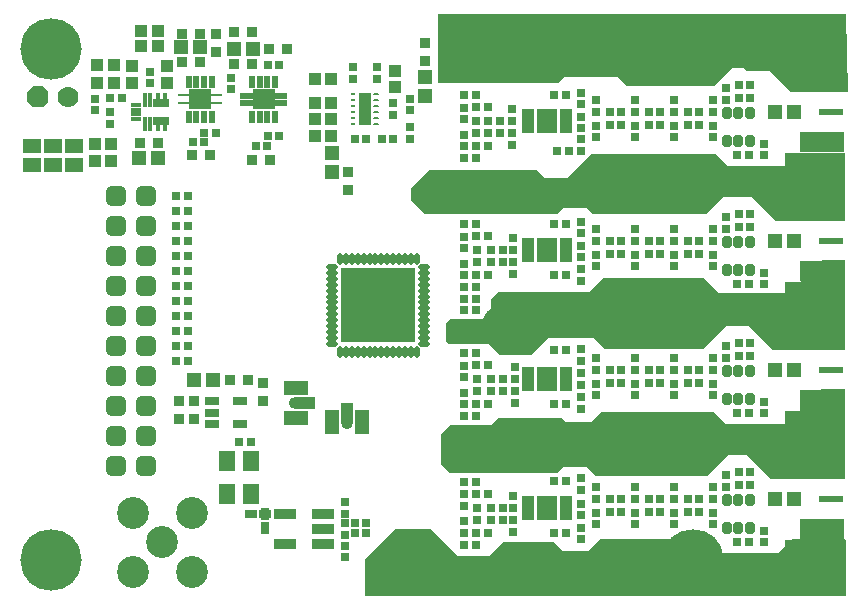
<source format=gts>
G04*
G04 #@! TF.GenerationSoftware,Altium Limited,Altium Designer,24.3.1 (35)*
G04*
G04 Layer_Color=8388736*
%FSLAX44Y44*%
%MOMM*%
G71*
G04*
G04 #@! TF.SameCoordinates,E54A5323-C3A8-4295-A2F1-912E9A9C0EE7*
G04*
G04*
G04 #@! TF.FilePolarity,Negative*
G04*
G01*
G75*
%ADD21R,1.0250X0.2800*%
%ADD39R,2.0574X0.5080*%
G04:AMPARAMS|DCode=53|XSize=0.5021mm|YSize=0.2425mm|CornerRadius=0.1212mm|HoleSize=0mm|Usage=FLASHONLY|Rotation=0.000|XOffset=0mm|YOffset=0mm|HoleType=Round|Shape=RoundedRectangle|*
%AMROUNDEDRECTD53*
21,1,0.5021,0.0000,0,0,0.0*
21,1,0.2596,0.2425,0,0,0.0*
1,1,0.2425,0.1298,0.0000*
1,1,0.2425,-0.1298,0.0000*
1,1,0.2425,-0.1298,0.0000*
1,1,0.2425,0.1298,0.0000*
%
%ADD53ROUNDEDRECTD53*%
%ADD54O,0.5021X0.2425*%
%ADD58R,3.8100X1.7780*%
%ADD59R,1.9532X1.7032*%
%ADD60R,0.5532X1.0532*%
%ADD61R,0.9652X0.9652*%
%ADD62R,0.8032X0.7032*%
%ADD63R,0.7032X0.8032*%
%ADD64R,1.0032X1.1032*%
%ADD65R,1.1032X1.0032*%
%ADD66R,1.1532X1.2032*%
%ADD67R,1.2032X1.1532*%
%ADD68R,1.5032X1.2032*%
G04:AMPARAMS|DCode=69|XSize=1.0032mm|YSize=0.7832mm|CornerRadius=0.1741mm|HoleSize=0mm|Usage=FLASHONLY|Rotation=270.000|XOffset=0mm|YOffset=0mm|HoleType=Round|Shape=RoundedRectangle|*
%AMROUNDEDRECTD69*
21,1,1.0032,0.4350,0,0,270.0*
21,1,0.6550,0.7832,0,0,270.0*
1,1,0.3482,-0.2175,-0.3275*
1,1,0.3482,-0.2175,0.3275*
1,1,0.3482,0.2175,0.3275*
1,1,0.3482,0.2175,-0.3275*
%
%ADD69ROUNDEDRECTD69*%
%ADD70R,0.8032X1.0032*%
%ADD71R,1.8532X0.9632*%
%ADD72R,1.4032X1.7032*%
%ADD73R,0.9652X0.9652*%
%ADD74R,1.0032X0.8032*%
%ADD75R,5.1054X1.8034*%
%ADD76R,1.3032X0.8032*%
%ADD77O,1.2032X1.0032*%
%ADD78R,2.1032X1.2032*%
%ADD79R,1.7032X1.0032*%
%ADD80O,1.0032X1.2032*%
%ADD81R,1.2032X2.1032*%
%ADD82R,1.0032X1.7032*%
%ADD83R,1.2282X0.4832*%
%ADD84R,1.0532X0.5032*%
%ADD85R,1.7532X2.0432*%
%ADD86R,1.4032X0.7532*%
%ADD87R,0.9032X0.4032*%
%ADD88R,0.4032X1.2532*%
%ADD89R,0.4532X0.7032*%
%ADD90R,1.1000X2.7500*%
%ADD91R,6.3032X6.3032*%
G04:AMPARAMS|DCode=92|XSize=0.4532mm|YSize=1.0032mm|CornerRadius=0.1641mm|HoleSize=0mm|Usage=FLASHONLY|Rotation=90.000|XOffset=0mm|YOffset=0mm|HoleType=Round|Shape=RoundedRectangle|*
%AMROUNDEDRECTD92*
21,1,0.4532,0.6750,0,0,90.0*
21,1,0.1250,1.0032,0,0,90.0*
1,1,0.3282,0.3375,0.0625*
1,1,0.3282,0.3375,-0.0625*
1,1,0.3282,-0.3375,-0.0625*
1,1,0.3282,-0.3375,0.0625*
%
%ADD92ROUNDEDRECTD92*%
G04:AMPARAMS|DCode=93|XSize=0.4532mm|YSize=1.0032mm|CornerRadius=0.1641mm|HoleSize=0mm|Usage=FLASHONLY|Rotation=180.000|XOffset=0mm|YOffset=0mm|HoleType=Round|Shape=RoundedRectangle|*
%AMROUNDEDRECTD93*
21,1,0.4532,0.6750,0,0,180.0*
21,1,0.1250,1.0032,0,0,180.0*
1,1,0.3282,-0.0625,0.3375*
1,1,0.3282,0.0625,0.3375*
1,1,0.3282,0.0625,-0.3375*
1,1,0.3282,-0.0625,-0.3375*
%
%ADD93ROUNDEDRECTD93*%
G04:AMPARAMS|DCode=94|XSize=1.7032mm|YSize=1.7032mm|CornerRadius=0.4766mm|HoleSize=0mm|Usage=FLASHONLY|Rotation=270.000|XOffset=0mm|YOffset=0mm|HoleType=Round|Shape=RoundedRectangle|*
%AMROUNDEDRECTD94*
21,1,1.7032,0.7500,0,0,270.0*
21,1,0.7500,1.7032,0,0,270.0*
1,1,0.9532,-0.3750,-0.3750*
1,1,0.9532,-0.3750,0.3750*
1,1,0.9532,0.3750,0.3750*
1,1,0.9532,0.3750,-0.3750*
%
%ADD94ROUNDEDRECTD94*%
G04:AMPARAMS|DCode=95|XSize=1.778mm|YSize=1.778mm|CornerRadius=0mm|HoleSize=0mm|Usage=FLASHONLY|Rotation=0.000|XOffset=0mm|YOffset=0mm|HoleType=Round|Shape=Octagon|*
%AMOCTAGOND95*
4,1,8,0.8890,-0.4445,0.8890,0.4445,0.4445,0.8890,-0.4445,0.8890,-0.8890,0.4445,-0.8890,-0.4445,-0.4445,-0.8890,0.4445,-0.8890,0.8890,-0.4445,0.0*
%
%ADD95OCTAGOND95*%

%ADD96C,1.7780*%
%ADD97C,3.2032*%
%ADD98C,2.7032*%
%ADD99C,5.2032*%
G36*
X701040Y19050D02*
X656590D01*
X645160Y7620D01*
X566420D01*
X554990Y19050D01*
X494030D01*
X483870Y8890D01*
X462280D01*
X454660Y16510D01*
X411480D01*
X400050Y5080D01*
X373380D01*
X350520Y27940D01*
X320040D01*
X294640Y2540D01*
Y-27940D01*
X295910Y-29210D01*
X702310D01*
Y17780D01*
X701040Y19050D01*
D02*
G37*
G36*
X367030Y115570D02*
X359410Y107950D01*
Y82550D01*
X367030Y74930D01*
X457200D01*
X462280Y80010D01*
X482600D01*
X490220Y72390D01*
X584200D01*
X601980Y90170D01*
X618490D01*
X638810Y69850D01*
X701040D01*
Y146050D01*
X680720Y146050D01*
X651510Y116840D01*
X600710D01*
X590550Y127000D01*
X495300D01*
X486410Y118110D01*
X464820D01*
X461010Y121920D01*
X407670D01*
X401320Y115570D01*
X367030D01*
D02*
G37*
G36*
X407670Y228600D02*
X401320Y222250D01*
Y209550D01*
X397510Y205740D01*
X367030D01*
X363220Y201930D01*
Y186690D01*
X365760Y184150D01*
X400050D01*
X408940Y175260D01*
X435610D01*
X449580Y189230D01*
X488950D01*
X497840Y180340D01*
X581660D01*
X600710Y199390D01*
X619760D01*
X640080Y179070D01*
X701040D01*
Y255270D01*
X681990Y255270D01*
X654050Y227330D01*
X594360D01*
X581660Y240030D01*
X496570D01*
X485140Y228600D01*
X474980D01*
X407670D01*
D02*
G37*
G36*
X703580Y397510D02*
X655320D01*
X637540Y415290D01*
X618490D01*
X615950Y417830D01*
X605790D01*
X603250Y415290D01*
X590550Y402590D01*
X516890D01*
X509270Y410210D01*
X463550Y410210D01*
X461010Y407670D01*
X458470Y405130D01*
X356870D01*
Y415290D01*
Y463550D01*
X702310D01*
X703580Y397510D01*
D02*
G37*
G36*
X601980Y335280D02*
X701040D01*
Y288290D01*
X642620D01*
X622300Y308610D01*
X598170D01*
X584200Y294640D01*
X487680D01*
X482600Y299720D01*
X462280D01*
X457200Y294640D01*
X345440D01*
X334010Y306070D01*
Y316230D01*
X349250Y331470D01*
X440690D01*
X447040Y325120D01*
X466090D01*
X474980Y334010D01*
X486410Y345440D01*
X591820D01*
X601980Y335280D01*
D02*
G37*
D21*
X168910Y394970D02*
D03*
Y388470D02*
D03*
X141170D02*
D03*
Y394970D02*
D03*
D39*
X689610Y271780D02*
D03*
Y162560D02*
D03*
Y53340D02*
D03*
Y381000D02*
D03*
D53*
X304404Y396040D02*
D03*
Y391040D02*
D03*
Y386040D02*
D03*
Y381040D02*
D03*
Y376040D02*
D03*
Y371040D02*
D03*
D54*
X284876D02*
D03*
Y376040D02*
D03*
Y381040D02*
D03*
Y386040D02*
D03*
Y391040D02*
D03*
Y396040D02*
D03*
D58*
X681990Y78740D02*
D03*
Y27940D02*
D03*
Y187960D02*
D03*
Y137160D02*
D03*
Y297180D02*
D03*
Y246380D02*
D03*
Y355600D02*
D03*
Y406400D02*
D03*
D59*
X155040Y391720D02*
D03*
X208840Y391650D02*
D03*
D60*
X145290Y406470D02*
D03*
X151790D02*
D03*
X158290D02*
D03*
X164790D02*
D03*
Y376970D02*
D03*
X158290D02*
D03*
X151790D02*
D03*
X145290D02*
D03*
X199090Y376900D02*
D03*
X205590D02*
D03*
X212090D02*
D03*
X218590D02*
D03*
Y406400D02*
D03*
X212090D02*
D03*
X205590D02*
D03*
X199090D02*
D03*
D61*
X119380Y354330D02*
D03*
X104140D02*
D03*
X148590Y344170D02*
D03*
X163830D02*
D03*
X199390Y421640D02*
D03*
X184150D02*
D03*
Y448310D02*
D03*
X199390D02*
D03*
X154940Y422910D02*
D03*
X139700D02*
D03*
X154940Y447040D02*
D03*
X139700D02*
D03*
X213360Y434340D02*
D03*
X228600D02*
D03*
X195580Y153670D02*
D03*
X180340D02*
D03*
X214630Y340360D02*
D03*
X199390D02*
D03*
D62*
X464820Y179070D02*
D03*
X454820D02*
D03*
X619680Y125730D02*
D03*
X609680D02*
D03*
X619680Y234950D02*
D03*
X609680D02*
D03*
X464820Y285750D02*
D03*
X454820D02*
D03*
X619680Y344170D02*
D03*
X609680D02*
D03*
X464820Y394970D02*
D03*
X454820D02*
D03*
X198120Y101600D02*
D03*
X188120Y101600D02*
D03*
X222170Y420370D02*
D03*
X212170D02*
D03*
X378540Y222250D02*
D03*
X388540D02*
D03*
X401320Y35560D02*
D03*
X411320D02*
D03*
X464820Y133350D02*
D03*
X454820D02*
D03*
X464820Y24130D02*
D03*
X454820D02*
D03*
X467360Y347980D02*
D03*
X457360D02*
D03*
X378540Y394970D02*
D03*
X388540D02*
D03*
X378540Y341630D02*
D03*
X388540D02*
D03*
X378540Y285750D02*
D03*
X388540D02*
D03*
X378540Y232410D02*
D03*
X388540D02*
D03*
X378540Y176530D02*
D03*
X388540D02*
D03*
X378540Y123190D02*
D03*
X388540D02*
D03*
X378540Y67310D02*
D03*
X388540D02*
D03*
X378540Y13970D02*
D03*
X388540D02*
D03*
X144700Y182880D02*
D03*
X134700D02*
D03*
X144700Y208280D02*
D03*
X134700D02*
D03*
X144700Y233680D02*
D03*
X134700D02*
D03*
X144700Y259080D02*
D03*
X134700D02*
D03*
X144700Y284480D02*
D03*
X134700D02*
D03*
X144700Y309880D02*
D03*
X134700D02*
D03*
X295830Y358140D02*
D03*
X285830D02*
D03*
X318690D02*
D03*
X308690D02*
D03*
X88820Y392430D02*
D03*
X78820D02*
D03*
X398780Y373380D02*
D03*
X408780D02*
D03*
X398780Y363220D02*
D03*
X408780D02*
D03*
X577770Y151130D02*
D03*
X567770D02*
D03*
X544750D02*
D03*
X534750D02*
D03*
X511730D02*
D03*
X501730D02*
D03*
X577770Y41910D02*
D03*
X567770D02*
D03*
X544750D02*
D03*
X534750D02*
D03*
X511730D02*
D03*
X501730D02*
D03*
X577770Y369570D02*
D03*
X567770D02*
D03*
X544750D02*
D03*
X534750D02*
D03*
X511730D02*
D03*
X501730D02*
D03*
X577770Y260350D02*
D03*
X567770D02*
D03*
X544750D02*
D03*
X534750D02*
D03*
X511730D02*
D03*
X501730D02*
D03*
X464820Y242570D02*
D03*
X454820D02*
D03*
X610950Y392430D02*
D03*
X620950D02*
D03*
X619680Y16510D02*
D03*
X609680D02*
D03*
X464820Y68580D02*
D03*
X454820D02*
D03*
X295830Y24130D02*
D03*
X285830D02*
D03*
X295830Y33020D02*
D03*
X285830D02*
D03*
X202010Y351790D02*
D03*
X212010D02*
D03*
X148670Y355600D02*
D03*
X158670D02*
D03*
X388540Y213360D02*
D03*
X378540D02*
D03*
X222170Y360680D02*
D03*
X212170D02*
D03*
X168750Y363220D02*
D03*
X158750D02*
D03*
X620950Y76200D02*
D03*
X610950D02*
D03*
X620950Y185420D02*
D03*
X610950D02*
D03*
X620950Y403860D02*
D03*
X610950D02*
D03*
X620950Y294640D02*
D03*
X610950D02*
D03*
X398700Y166370D02*
D03*
X388700D02*
D03*
X398700Y133350D02*
D03*
X388700D02*
D03*
X398700Y24130D02*
D03*
X388700D02*
D03*
X398700Y57150D02*
D03*
X388700D02*
D03*
X398700Y242570D02*
D03*
X388700D02*
D03*
X398700Y275590D02*
D03*
X388700D02*
D03*
X398700Y351790D02*
D03*
X388700D02*
D03*
X398700Y384810D02*
D03*
X388700D02*
D03*
X411400Y254000D02*
D03*
X401400D02*
D03*
X577770Y53340D02*
D03*
X567770D02*
D03*
X544750D02*
D03*
X534750D02*
D03*
X511730D02*
D03*
X501730D02*
D03*
X577770Y271780D02*
D03*
X567770D02*
D03*
X544750D02*
D03*
X534750D02*
D03*
X511730D02*
D03*
X501730D02*
D03*
X411400Y45720D02*
D03*
X401400D02*
D03*
X411400Y264160D02*
D03*
X401400D02*
D03*
X411400Y144780D02*
D03*
X401400D02*
D03*
X577770Y381000D02*
D03*
X567770D02*
D03*
X577770Y162560D02*
D03*
X567770D02*
D03*
X544750D02*
D03*
X534750D02*
D03*
X511730D02*
D03*
X501730D02*
D03*
X544750Y381000D02*
D03*
X534750D02*
D03*
X511730D02*
D03*
X501730D02*
D03*
X411400Y154940D02*
D03*
X401400D02*
D03*
X620950Y64770D02*
D03*
X610950D02*
D03*
X620950Y173990D02*
D03*
X610950D02*
D03*
X620950Y283210D02*
D03*
X610950D02*
D03*
X144700Y297180D02*
D03*
X134700D02*
D03*
X144700Y271780D02*
D03*
X134700D02*
D03*
X144700Y246380D02*
D03*
X134700D02*
D03*
X144700Y220980D02*
D03*
X134700D02*
D03*
X144700Y195580D02*
D03*
X134700D02*
D03*
X144700Y170180D02*
D03*
X134700D02*
D03*
D63*
X389890Y154860D02*
D03*
Y144860D02*
D03*
X589280Y141050D02*
D03*
Y151050D02*
D03*
X556260Y162640D02*
D03*
Y172640D02*
D03*
X523240Y151050D02*
D03*
Y141050D02*
D03*
X490220Y151050D02*
D03*
Y141050D02*
D03*
X589280Y162640D02*
D03*
Y172640D02*
D03*
X556260Y141050D02*
D03*
Y151050D02*
D03*
X523240Y172640D02*
D03*
Y162640D02*
D03*
X490220Y172640D02*
D03*
Y162640D02*
D03*
X389890Y45640D02*
D03*
Y35640D02*
D03*
X589280Y31830D02*
D03*
Y41830D02*
D03*
X556260Y41830D02*
D03*
Y31830D02*
D03*
X523240Y41830D02*
D03*
Y31830D02*
D03*
X490220Y41830D02*
D03*
Y31830D02*
D03*
X589280Y53420D02*
D03*
Y63420D02*
D03*
X556260Y63420D02*
D03*
Y53420D02*
D03*
X523240Y63420D02*
D03*
Y53420D02*
D03*
X318770Y388540D02*
D03*
Y378540D02*
D03*
X113030Y405210D02*
D03*
Y415210D02*
D03*
X600710Y292020D02*
D03*
Y282020D02*
D03*
X477520Y257890D02*
D03*
Y267890D02*
D03*
X600710Y401240D02*
D03*
Y391240D02*
D03*
X477520Y367110D02*
D03*
Y377110D02*
D03*
X600710Y73500D02*
D03*
Y63500D02*
D03*
X477520Y39450D02*
D03*
Y49450D02*
D03*
X600710Y182720D02*
D03*
Y172720D02*
D03*
X477520Y149940D02*
D03*
Y159940D02*
D03*
X181610Y400130D02*
D03*
Y410130D02*
D03*
X421640Y144700D02*
D03*
Y134700D02*
D03*
X419100Y363140D02*
D03*
Y353140D02*
D03*
X420370Y35560D02*
D03*
Y25560D02*
D03*
Y254000D02*
D03*
Y244000D02*
D03*
X421640Y155020D02*
D03*
Y165020D02*
D03*
X378460Y156290D02*
D03*
Y166290D02*
D03*
Y133430D02*
D03*
Y143430D02*
D03*
X420370Y45720D02*
D03*
Y55720D02*
D03*
X378460Y47150D02*
D03*
Y57150D02*
D03*
X490220Y63420D02*
D03*
Y53420D02*
D03*
X388620Y373300D02*
D03*
Y363300D02*
D03*
X589280Y391080D02*
D03*
Y381080D02*
D03*
X556260Y369490D02*
D03*
Y359490D02*
D03*
X523240Y369490D02*
D03*
Y359490D02*
D03*
X490220Y369490D02*
D03*
Y359490D02*
D03*
X589280Y369490D02*
D03*
Y359490D02*
D03*
X477520Y247650D02*
D03*
Y237650D02*
D03*
X632460Y125810D02*
D03*
Y135810D02*
D03*
X477520Y170180D02*
D03*
Y180180D02*
D03*
Y387350D02*
D03*
Y397350D02*
D03*
X632460Y344250D02*
D03*
Y354250D02*
D03*
Y16590D02*
D03*
Y26590D02*
D03*
X477520Y60960D02*
D03*
Y70960D02*
D03*
Y278130D02*
D03*
Y288130D02*
D03*
X632460Y235030D02*
D03*
Y245030D02*
D03*
X556260Y391080D02*
D03*
Y381080D02*
D03*
X523240Y391080D02*
D03*
Y381080D02*
D03*
X490220Y391080D02*
D03*
Y381080D02*
D03*
X389890Y264080D02*
D03*
Y254080D02*
D03*
X589280Y250270D02*
D03*
Y260270D02*
D03*
X556260Y260270D02*
D03*
Y250270D02*
D03*
X523240Y271860D02*
D03*
Y281860D02*
D03*
X490220Y271860D02*
D03*
Y281860D02*
D03*
X589280Y271860D02*
D03*
Y281860D02*
D03*
X556260Y281860D02*
D03*
Y271860D02*
D03*
X523240Y250270D02*
D03*
Y260270D02*
D03*
X490220Y250270D02*
D03*
Y260270D02*
D03*
X66040Y392350D02*
D03*
Y382350D02*
D03*
X332740Y358220D02*
D03*
Y368220D02*
D03*
X332740Y392350D02*
D03*
Y382350D02*
D03*
X304800Y419020D02*
D03*
Y409020D02*
D03*
X284480Y409020D02*
D03*
Y419020D02*
D03*
X78740Y370920D02*
D03*
Y380920D02*
D03*
X278130Y22940D02*
D03*
Y32940D02*
D03*
Y13890D02*
D03*
Y3890D02*
D03*
Y40720D02*
D03*
Y50720D02*
D03*
X378460Y24290D02*
D03*
Y34290D02*
D03*
X419100Y373460D02*
D03*
Y383460D02*
D03*
X378460Y384730D02*
D03*
Y374730D02*
D03*
Y351870D02*
D03*
Y361870D02*
D03*
X420370Y264160D02*
D03*
Y274160D02*
D03*
X378460Y265510D02*
D03*
Y275510D02*
D03*
Y242650D02*
D03*
Y252650D02*
D03*
X477520Y29130D02*
D03*
Y19130D02*
D03*
Y139620D02*
D03*
Y129620D02*
D03*
X477520Y358140D02*
D03*
Y348140D02*
D03*
D64*
X105380Y449580D02*
D03*
X119380D02*
D03*
X67930Y420370D02*
D03*
X81930D02*
D03*
X252080Y408940D02*
D03*
X266080D02*
D03*
X252080Y374650D02*
D03*
X266080D02*
D03*
X266080Y388620D02*
D03*
X252080D02*
D03*
X67930Y405130D02*
D03*
X81930D02*
D03*
X105380Y436880D02*
D03*
X119380D02*
D03*
X252080Y360680D02*
D03*
X266080D02*
D03*
D65*
X97790Y419750D02*
D03*
Y405750D02*
D03*
X127000Y405750D02*
D03*
Y419750D02*
D03*
X80010Y339710D02*
D03*
Y353710D02*
D03*
X320040Y415940D02*
D03*
Y401940D02*
D03*
X66040Y339710D02*
D03*
Y353710D02*
D03*
D66*
X345440Y394590D02*
D03*
Y410590D02*
D03*
X266700Y345820D02*
D03*
Y329820D02*
D03*
D67*
X103380Y341630D02*
D03*
X119380D02*
D03*
X658240Y271780D02*
D03*
X642240D02*
D03*
X165860Y153670D02*
D03*
X149860D02*
D03*
X200150Y434340D02*
D03*
X184150D02*
D03*
X154940Y435610D02*
D03*
X138940D02*
D03*
X658240Y53340D02*
D03*
X642240D02*
D03*
Y162560D02*
D03*
X658240D02*
D03*
X642240Y381000D02*
D03*
X658240D02*
D03*
D68*
X48260Y352170D02*
D03*
Y336170D02*
D03*
X12700Y352170D02*
D03*
Y336170D02*
D03*
X30480Y352170D02*
D03*
Y336170D02*
D03*
D69*
X620370Y161860D02*
D03*
X610870D02*
D03*
X601370D02*
D03*
X620370Y137860D02*
D03*
X610870D02*
D03*
X601370D02*
D03*
X620370Y52640D02*
D03*
X610870D02*
D03*
X601370D02*
D03*
X620370Y28640D02*
D03*
X610870D02*
D03*
X601370D02*
D03*
X620370Y271080D02*
D03*
X610870D02*
D03*
X601370D02*
D03*
X620370Y247080D02*
D03*
X610870D02*
D03*
X601370D02*
D03*
X601370Y356300D02*
D03*
X610870D02*
D03*
X620370D02*
D03*
X601370Y380300D02*
D03*
X610870D02*
D03*
X620370D02*
D03*
D70*
X210120Y40640D02*
D03*
Y28640D02*
D03*
D71*
X259130Y40640D02*
D03*
Y27940D02*
D03*
Y15240D02*
D03*
X227330D02*
D03*
Y40640D02*
D03*
D72*
X198120Y85090D02*
D03*
Y57150D02*
D03*
X177800D02*
D03*
Y85090D02*
D03*
D73*
X168910Y431800D02*
D03*
Y447040D02*
D03*
X345440Y424180D02*
D03*
Y439420D02*
D03*
X280670Y330200D02*
D03*
Y314960D02*
D03*
X149860Y120650D02*
D03*
Y135890D02*
D03*
X137160Y120650D02*
D03*
Y135890D02*
D03*
X208280Y151130D02*
D03*
Y135890D02*
D03*
D74*
X210120Y40640D02*
D03*
X198120D02*
D03*
D75*
X675640Y228600D02*
D03*
Y314960D02*
D03*
Y205740D02*
D03*
Y119380D02*
D03*
Y96520D02*
D03*
Y10160D02*
D03*
Y424180D02*
D03*
Y337820D02*
D03*
D76*
X165100Y135890D02*
D03*
Y126390D02*
D03*
Y116890D02*
D03*
X189100D02*
D03*
Y135890D02*
D03*
D77*
X236220Y134620D02*
D03*
D78*
Y121620D02*
D03*
Y147620D02*
D03*
D79*
X243840Y134620D02*
D03*
D80*
X279400Y118110D02*
D03*
D81*
X292400D02*
D03*
X266400D02*
D03*
D82*
X279400Y125730D02*
D03*
D83*
X194970Y394900D02*
D03*
Y388400D02*
D03*
X222710D02*
D03*
Y394900D02*
D03*
D84*
X433070Y162400D02*
D03*
Y157400D02*
D03*
Y152400D02*
D03*
Y147400D02*
D03*
X464610D02*
D03*
Y152400D02*
D03*
Y157400D02*
D03*
Y162400D02*
D03*
X433070Y53180D02*
D03*
Y48180D02*
D03*
Y43180D02*
D03*
Y38180D02*
D03*
X464610D02*
D03*
Y43180D02*
D03*
Y48180D02*
D03*
Y53180D02*
D03*
X433070Y380840D02*
D03*
Y375840D02*
D03*
Y370840D02*
D03*
Y365840D02*
D03*
X464610D02*
D03*
Y370840D02*
D03*
Y375840D02*
D03*
Y380840D02*
D03*
X433070Y271700D02*
D03*
Y266700D02*
D03*
Y261700D02*
D03*
Y256700D02*
D03*
X464610D02*
D03*
Y261700D02*
D03*
Y266700D02*
D03*
Y271700D02*
D03*
D85*
X448840Y154900D02*
D03*
Y45680D02*
D03*
Y373340D02*
D03*
X448840Y264200D02*
D03*
D86*
X122320Y388750D02*
D03*
Y373250D02*
D03*
D87*
X101070Y375000D02*
D03*
Y379000D02*
D03*
Y383000D02*
D03*
Y387000D02*
D03*
D88*
X108570Y391250D02*
D03*
X112570D02*
D03*
Y370750D02*
D03*
X108570D02*
D03*
D89*
X119070Y394000D02*
D03*
X125570D02*
D03*
Y368000D02*
D03*
X119070D02*
D03*
D90*
X294640Y383540D02*
D03*
D91*
X306070Y217170D02*
D03*
D92*
X267070Y184670D02*
D03*
Y189670D02*
D03*
Y194670D02*
D03*
Y199670D02*
D03*
Y204670D02*
D03*
Y209670D02*
D03*
Y214670D02*
D03*
Y219670D02*
D03*
Y224670D02*
D03*
Y229670D02*
D03*
Y234670D02*
D03*
Y239670D02*
D03*
Y244670D02*
D03*
Y249670D02*
D03*
X345070D02*
D03*
Y244670D02*
D03*
Y239670D02*
D03*
Y234670D02*
D03*
Y229670D02*
D03*
Y224670D02*
D03*
Y219670D02*
D03*
Y214670D02*
D03*
Y209670D02*
D03*
Y204670D02*
D03*
Y199670D02*
D03*
Y194670D02*
D03*
Y189670D02*
D03*
Y184670D02*
D03*
D93*
X273570Y256170D02*
D03*
X278570D02*
D03*
X283570D02*
D03*
X288570D02*
D03*
X293570D02*
D03*
X298570D02*
D03*
X303570D02*
D03*
X308570D02*
D03*
X313570D02*
D03*
X318570D02*
D03*
X323570D02*
D03*
X328570D02*
D03*
X333570D02*
D03*
X338570D02*
D03*
Y178170D02*
D03*
X333570D02*
D03*
X328570D02*
D03*
X323570D02*
D03*
X318570D02*
D03*
X313570D02*
D03*
X308570D02*
D03*
X303570D02*
D03*
X298570D02*
D03*
X293570D02*
D03*
X288570D02*
D03*
X283570D02*
D03*
X278570D02*
D03*
X273570D02*
D03*
D94*
X109220Y81280D02*
D03*
X83820D02*
D03*
X109220Y132080D02*
D03*
X83820D02*
D03*
X109220Y233680D02*
D03*
Y284480D02*
D03*
Y309880D02*
D03*
Y259080D02*
D03*
X83820D02*
D03*
Y309880D02*
D03*
Y284480D02*
D03*
Y233680D02*
D03*
Y208280D02*
D03*
X109220D02*
D03*
Y182880D02*
D03*
X83820D02*
D03*
Y157480D02*
D03*
X109220D02*
D03*
X83820Y106680D02*
D03*
X109220D02*
D03*
D95*
X17780Y393700D02*
D03*
D96*
X43180D02*
D03*
D97*
X486410Y440690D02*
D03*
X387350D02*
D03*
X361950Y-8890D02*
D03*
X461010D02*
D03*
X402590Y311150D02*
D03*
X410210Y200660D02*
D03*
X405130Y93980D02*
D03*
X527050Y318770D02*
D03*
Y208280D02*
D03*
Y99060D02*
D03*
X577850D02*
D03*
Y208280D02*
D03*
Y318770D02*
D03*
D98*
X123190Y16510D02*
D03*
X98190Y-8490D02*
D03*
X148190D02*
D03*
Y41510D02*
D03*
X98190D02*
D03*
D99*
X572770Y1270D02*
D03*
Y434340D02*
D03*
X29210D02*
D03*
Y1270D02*
D03*
M02*

</source>
